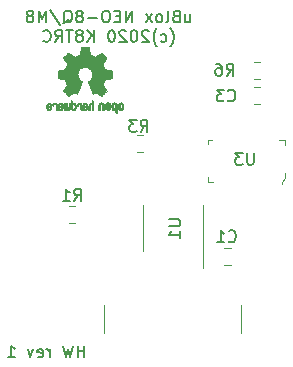
<source format=gbo>
G04 #@! TF.GenerationSoftware,KiCad,Pcbnew,(5.1.4-0-10_14)*
G04 #@! TF.CreationDate,2020-02-10T15:43:12-05:00*
G04 #@! TF.ProjectId,neo8_adapter,6e656f38-5f61-4646-9170-7465722e6b69,rev?*
G04 #@! TF.SameCoordinates,Original*
G04 #@! TF.FileFunction,Legend,Bot*
G04 #@! TF.FilePolarity,Positive*
%FSLAX46Y46*%
G04 Gerber Fmt 4.6, Leading zero omitted, Abs format (unit mm)*
G04 Created by KiCad (PCBNEW (5.1.4-0-10_14)) date 2020-02-10 15:43:12*
%MOMM*%
%LPD*%
G04 APERTURE LIST*
%ADD10C,0.160000*%
%ADD11C,0.010000*%
%ADD12C,0.100000*%
%ADD13C,0.120000*%
%ADD14C,0.150000*%
G04 APERTURE END LIST*
D10*
X152540885Y-119629180D02*
X152540885Y-118629180D01*
X152540885Y-119105371D02*
X151969457Y-119105371D01*
X151969457Y-119629180D02*
X151969457Y-118629180D01*
X151588504Y-118629180D02*
X151350409Y-119629180D01*
X151159933Y-118914895D01*
X150969457Y-119629180D01*
X150731361Y-118629180D01*
X149588504Y-119629180D02*
X149588504Y-118962514D01*
X149588504Y-119152990D02*
X149540885Y-119057752D01*
X149493266Y-119010133D01*
X149398028Y-118962514D01*
X149302790Y-118962514D01*
X148588504Y-119581561D02*
X148683742Y-119629180D01*
X148874219Y-119629180D01*
X148969457Y-119581561D01*
X149017076Y-119486323D01*
X149017076Y-119105371D01*
X148969457Y-119010133D01*
X148874219Y-118962514D01*
X148683742Y-118962514D01*
X148588504Y-119010133D01*
X148540885Y-119105371D01*
X148540885Y-119200609D01*
X149017076Y-119295847D01*
X148207552Y-118962514D02*
X147969457Y-119629180D01*
X147731361Y-118962514D01*
X146064695Y-119629180D02*
X146636123Y-119629180D01*
X146350409Y-119629180D02*
X146350409Y-118629180D01*
X146445647Y-118772038D01*
X146540885Y-118867276D01*
X146636123Y-118914895D01*
X161085990Y-90598914D02*
X161085990Y-91265580D01*
X161514561Y-90598914D02*
X161514561Y-91122723D01*
X161466942Y-91217961D01*
X161371704Y-91265580D01*
X161228847Y-91265580D01*
X161133609Y-91217961D01*
X161085990Y-91170342D01*
X160276466Y-90741771D02*
X160133609Y-90789390D01*
X160085990Y-90837009D01*
X160038371Y-90932247D01*
X160038371Y-91075104D01*
X160085990Y-91170342D01*
X160133609Y-91217961D01*
X160228847Y-91265580D01*
X160609800Y-91265580D01*
X160609800Y-90265580D01*
X160276466Y-90265580D01*
X160181228Y-90313200D01*
X160133609Y-90360819D01*
X160085990Y-90456057D01*
X160085990Y-90551295D01*
X160133609Y-90646533D01*
X160181228Y-90694152D01*
X160276466Y-90741771D01*
X160609800Y-90741771D01*
X159466942Y-91265580D02*
X159562180Y-91217961D01*
X159609800Y-91122723D01*
X159609800Y-90265580D01*
X158943133Y-91265580D02*
X159038371Y-91217961D01*
X159085990Y-91170342D01*
X159133609Y-91075104D01*
X159133609Y-90789390D01*
X159085990Y-90694152D01*
X159038371Y-90646533D01*
X158943133Y-90598914D01*
X158800276Y-90598914D01*
X158705038Y-90646533D01*
X158657419Y-90694152D01*
X158609800Y-90789390D01*
X158609800Y-91075104D01*
X158657419Y-91170342D01*
X158705038Y-91217961D01*
X158800276Y-91265580D01*
X158943133Y-91265580D01*
X158276466Y-91265580D02*
X157752657Y-90598914D01*
X158276466Y-90598914D02*
X157752657Y-91265580D01*
X156609800Y-91265580D02*
X156609800Y-90265580D01*
X156038371Y-91265580D01*
X156038371Y-90265580D01*
X155562180Y-90741771D02*
X155228847Y-90741771D01*
X155085990Y-91265580D02*
X155562180Y-91265580D01*
X155562180Y-90265580D01*
X155085990Y-90265580D01*
X154466942Y-90265580D02*
X154276466Y-90265580D01*
X154181228Y-90313200D01*
X154085990Y-90408438D01*
X154038371Y-90598914D01*
X154038371Y-90932247D01*
X154085990Y-91122723D01*
X154181228Y-91217961D01*
X154276466Y-91265580D01*
X154466942Y-91265580D01*
X154562180Y-91217961D01*
X154657419Y-91122723D01*
X154705038Y-90932247D01*
X154705038Y-90598914D01*
X154657419Y-90408438D01*
X154562180Y-90313200D01*
X154466942Y-90265580D01*
X153609800Y-90884628D02*
X152847895Y-90884628D01*
X152228847Y-90694152D02*
X152324085Y-90646533D01*
X152371704Y-90598914D01*
X152419323Y-90503676D01*
X152419323Y-90456057D01*
X152371704Y-90360819D01*
X152324085Y-90313200D01*
X152228847Y-90265580D01*
X152038371Y-90265580D01*
X151943133Y-90313200D01*
X151895514Y-90360819D01*
X151847895Y-90456057D01*
X151847895Y-90503676D01*
X151895514Y-90598914D01*
X151943133Y-90646533D01*
X152038371Y-90694152D01*
X152228847Y-90694152D01*
X152324085Y-90741771D01*
X152371704Y-90789390D01*
X152419323Y-90884628D01*
X152419323Y-91075104D01*
X152371704Y-91170342D01*
X152324085Y-91217961D01*
X152228847Y-91265580D01*
X152038371Y-91265580D01*
X151943133Y-91217961D01*
X151895514Y-91170342D01*
X151847895Y-91075104D01*
X151847895Y-90884628D01*
X151895514Y-90789390D01*
X151943133Y-90741771D01*
X152038371Y-90694152D01*
X150752657Y-91360819D02*
X150847895Y-91313200D01*
X150943133Y-91217961D01*
X151085990Y-91075104D01*
X151181228Y-91027485D01*
X151276466Y-91027485D01*
X151228847Y-91265580D02*
X151324085Y-91217961D01*
X151419323Y-91122723D01*
X151466942Y-90932247D01*
X151466942Y-90598914D01*
X151419323Y-90408438D01*
X151324085Y-90313200D01*
X151228847Y-90265580D01*
X151038371Y-90265580D01*
X150943133Y-90313200D01*
X150847895Y-90408438D01*
X150800276Y-90598914D01*
X150800276Y-90932247D01*
X150847895Y-91122723D01*
X150943133Y-91217961D01*
X151038371Y-91265580D01*
X151228847Y-91265580D01*
X149657419Y-90217961D02*
X150514561Y-91503676D01*
X149324085Y-91265580D02*
X149324085Y-90265580D01*
X148990752Y-90979866D01*
X148657419Y-90265580D01*
X148657419Y-91265580D01*
X148038371Y-90694152D02*
X148133609Y-90646533D01*
X148181228Y-90598914D01*
X148228847Y-90503676D01*
X148228847Y-90456057D01*
X148181228Y-90360819D01*
X148133609Y-90313200D01*
X148038371Y-90265580D01*
X147847895Y-90265580D01*
X147752657Y-90313200D01*
X147705038Y-90360819D01*
X147657419Y-90456057D01*
X147657419Y-90503676D01*
X147705038Y-90598914D01*
X147752657Y-90646533D01*
X147847895Y-90694152D01*
X148038371Y-90694152D01*
X148133609Y-90741771D01*
X148181228Y-90789390D01*
X148228847Y-90884628D01*
X148228847Y-91075104D01*
X148181228Y-91170342D01*
X148133609Y-91217961D01*
X148038371Y-91265580D01*
X147847895Y-91265580D01*
X147752657Y-91217961D01*
X147705038Y-91170342D01*
X147657419Y-91075104D01*
X147657419Y-90884628D01*
X147705038Y-90789390D01*
X147752657Y-90741771D01*
X147847895Y-90694152D01*
X159824085Y-93306533D02*
X159871704Y-93258914D01*
X159966942Y-93116057D01*
X160014561Y-93020819D01*
X160062180Y-92877961D01*
X160109800Y-92639866D01*
X160109800Y-92449390D01*
X160062180Y-92211295D01*
X160014561Y-92068438D01*
X159966942Y-91973200D01*
X159871704Y-91830342D01*
X159824085Y-91782723D01*
X159014561Y-92877961D02*
X159109800Y-92925580D01*
X159300276Y-92925580D01*
X159395514Y-92877961D01*
X159443133Y-92830342D01*
X159490752Y-92735104D01*
X159490752Y-92449390D01*
X159443133Y-92354152D01*
X159395514Y-92306533D01*
X159300276Y-92258914D01*
X159109800Y-92258914D01*
X159014561Y-92306533D01*
X158681228Y-93306533D02*
X158633609Y-93258914D01*
X158538371Y-93116057D01*
X158490752Y-93020819D01*
X158443133Y-92877961D01*
X158395514Y-92639866D01*
X158395514Y-92449390D01*
X158443133Y-92211295D01*
X158490752Y-92068438D01*
X158538371Y-91973200D01*
X158633609Y-91830342D01*
X158681228Y-91782723D01*
X157966942Y-92020819D02*
X157919323Y-91973200D01*
X157824085Y-91925580D01*
X157585990Y-91925580D01*
X157490752Y-91973200D01*
X157443133Y-92020819D01*
X157395514Y-92116057D01*
X157395514Y-92211295D01*
X157443133Y-92354152D01*
X158014561Y-92925580D01*
X157395514Y-92925580D01*
X156776466Y-91925580D02*
X156681228Y-91925580D01*
X156585990Y-91973200D01*
X156538371Y-92020819D01*
X156490752Y-92116057D01*
X156443133Y-92306533D01*
X156443133Y-92544628D01*
X156490752Y-92735104D01*
X156538371Y-92830342D01*
X156585990Y-92877961D01*
X156681228Y-92925580D01*
X156776466Y-92925580D01*
X156871704Y-92877961D01*
X156919323Y-92830342D01*
X156966942Y-92735104D01*
X157014561Y-92544628D01*
X157014561Y-92306533D01*
X156966942Y-92116057D01*
X156919323Y-92020819D01*
X156871704Y-91973200D01*
X156776466Y-91925580D01*
X156062180Y-92020819D02*
X156014561Y-91973200D01*
X155919323Y-91925580D01*
X155681228Y-91925580D01*
X155585990Y-91973200D01*
X155538371Y-92020819D01*
X155490752Y-92116057D01*
X155490752Y-92211295D01*
X155538371Y-92354152D01*
X156109800Y-92925580D01*
X155490752Y-92925580D01*
X154871704Y-91925580D02*
X154776466Y-91925580D01*
X154681228Y-91973200D01*
X154633609Y-92020819D01*
X154585990Y-92116057D01*
X154538371Y-92306533D01*
X154538371Y-92544628D01*
X154585990Y-92735104D01*
X154633609Y-92830342D01*
X154681228Y-92877961D01*
X154776466Y-92925580D01*
X154871704Y-92925580D01*
X154966942Y-92877961D01*
X155014561Y-92830342D01*
X155062180Y-92735104D01*
X155109800Y-92544628D01*
X155109800Y-92306533D01*
X155062180Y-92116057D01*
X155014561Y-92020819D01*
X154966942Y-91973200D01*
X154871704Y-91925580D01*
X153347895Y-92925580D02*
X153347895Y-91925580D01*
X152776466Y-92925580D02*
X153205038Y-92354152D01*
X152776466Y-91925580D02*
X153347895Y-92497009D01*
X152205038Y-92354152D02*
X152300276Y-92306533D01*
X152347895Y-92258914D01*
X152395514Y-92163676D01*
X152395514Y-92116057D01*
X152347895Y-92020819D01*
X152300276Y-91973200D01*
X152205038Y-91925580D01*
X152014561Y-91925580D01*
X151919323Y-91973200D01*
X151871704Y-92020819D01*
X151824085Y-92116057D01*
X151824085Y-92163676D01*
X151871704Y-92258914D01*
X151919323Y-92306533D01*
X152014561Y-92354152D01*
X152205038Y-92354152D01*
X152300276Y-92401771D01*
X152347895Y-92449390D01*
X152395514Y-92544628D01*
X152395514Y-92735104D01*
X152347895Y-92830342D01*
X152300276Y-92877961D01*
X152205038Y-92925580D01*
X152014561Y-92925580D01*
X151919323Y-92877961D01*
X151871704Y-92830342D01*
X151824085Y-92735104D01*
X151824085Y-92544628D01*
X151871704Y-92449390D01*
X151919323Y-92401771D01*
X152014561Y-92354152D01*
X151538371Y-91925580D02*
X150966942Y-91925580D01*
X151252657Y-92925580D02*
X151252657Y-91925580D01*
X150062180Y-92925580D02*
X150395514Y-92449390D01*
X150633609Y-92925580D02*
X150633609Y-91925580D01*
X150252657Y-91925580D01*
X150157419Y-91973200D01*
X150109800Y-92020819D01*
X150062180Y-92116057D01*
X150062180Y-92258914D01*
X150109800Y-92354152D01*
X150157419Y-92401771D01*
X150252657Y-92449390D01*
X150633609Y-92449390D01*
X149062180Y-92830342D02*
X149109800Y-92877961D01*
X149252657Y-92925580D01*
X149347895Y-92925580D01*
X149490752Y-92877961D01*
X149585990Y-92782723D01*
X149633609Y-92687485D01*
X149681228Y-92497009D01*
X149681228Y-92354152D01*
X149633609Y-92163676D01*
X149585990Y-92068438D01*
X149490752Y-91973200D01*
X149347895Y-91925580D01*
X149252657Y-91925580D01*
X149109800Y-91973200D01*
X149062180Y-92020819D01*
D11*
G36*
X152473890Y-93381348D02*
G01*
X152395346Y-93381778D01*
X152338502Y-93382942D01*
X152299695Y-93385207D01*
X152275262Y-93388940D01*
X152261538Y-93394506D01*
X152254860Y-93402273D01*
X152251564Y-93412605D01*
X152251244Y-93413943D01*
X152246238Y-93438079D01*
X152236971Y-93485701D01*
X152224408Y-93551741D01*
X152209513Y-93631128D01*
X152193249Y-93718796D01*
X152192681Y-93721875D01*
X152176390Y-93807789D01*
X152161148Y-93883696D01*
X152147939Y-93945045D01*
X152137746Y-93987282D01*
X152131552Y-94005855D01*
X152131257Y-94006184D01*
X152113012Y-94015253D01*
X152075395Y-94030367D01*
X152026529Y-94048262D01*
X152026257Y-94048358D01*
X151964707Y-94071493D01*
X151892143Y-94100965D01*
X151823743Y-94130597D01*
X151820506Y-94132062D01*
X151709098Y-94182626D01*
X151462401Y-94014160D01*
X151386723Y-93962803D01*
X151318169Y-93916889D01*
X151260712Y-93879030D01*
X151218324Y-93851837D01*
X151194975Y-93837921D01*
X151192758Y-93836889D01*
X151175790Y-93841484D01*
X151144099Y-93863655D01*
X151096448Y-93904447D01*
X151031602Y-93964905D01*
X150965403Y-94029227D01*
X150901586Y-94092612D01*
X150844471Y-94150451D01*
X150797495Y-94199175D01*
X150764097Y-94235210D01*
X150747715Y-94254984D01*
X150747106Y-94256002D01*
X150745295Y-94269572D01*
X150752117Y-94291733D01*
X150769260Y-94325478D01*
X150798407Y-94373800D01*
X150841245Y-94439692D01*
X150898352Y-94524517D01*
X150949034Y-94599177D01*
X150994339Y-94666140D01*
X151031650Y-94721516D01*
X151058348Y-94761420D01*
X151071815Y-94781962D01*
X151072663Y-94783356D01*
X151071019Y-94803038D01*
X151058555Y-94841293D01*
X151037752Y-94890889D01*
X151030338Y-94906728D01*
X150997986Y-94977290D01*
X150963472Y-95057353D01*
X150935435Y-95126629D01*
X150915232Y-95178045D01*
X150899185Y-95217119D01*
X150889912Y-95237541D01*
X150888759Y-95239114D01*
X150871704Y-95241721D01*
X150831502Y-95248863D01*
X150773498Y-95259523D01*
X150703037Y-95272685D01*
X150625465Y-95287333D01*
X150546128Y-95302449D01*
X150470369Y-95317018D01*
X150403536Y-95330022D01*
X150350972Y-95340445D01*
X150318024Y-95347270D01*
X150309943Y-95349199D01*
X150301595Y-95353962D01*
X150295294Y-95364718D01*
X150290755Y-95385098D01*
X150287696Y-95418734D01*
X150285833Y-95469255D01*
X150284882Y-95540292D01*
X150284560Y-95635476D01*
X150284543Y-95674492D01*
X150284543Y-95991799D01*
X150360743Y-96006839D01*
X150403137Y-96014995D01*
X150466400Y-96026899D01*
X150542838Y-96041116D01*
X150624757Y-96056210D01*
X150647400Y-96060355D01*
X150722994Y-96075053D01*
X150788847Y-96089505D01*
X150839434Y-96102375D01*
X150869226Y-96112322D01*
X150874188Y-96115287D01*
X150886374Y-96136283D01*
X150903847Y-96176967D01*
X150923223Y-96229322D01*
X150927066Y-96240600D01*
X150952461Y-96310523D01*
X150983983Y-96389418D01*
X151014831Y-96460266D01*
X151014983Y-96460595D01*
X151066353Y-96571733D01*
X150897401Y-96820253D01*
X150728448Y-97068772D01*
X150945371Y-97286058D01*
X151010981Y-97350726D01*
X151070821Y-97407733D01*
X151121533Y-97454033D01*
X151159754Y-97486584D01*
X151182125Y-97502343D01*
X151185334Y-97503343D01*
X151204174Y-97495469D01*
X151242620Y-97473578D01*
X151296470Y-97440267D01*
X151361524Y-97398131D01*
X151431860Y-97350943D01*
X151503245Y-97302810D01*
X151566892Y-97260928D01*
X151618759Y-97227871D01*
X151654805Y-97206218D01*
X151670933Y-97198543D01*
X151690611Y-97205037D01*
X151727925Y-97222150D01*
X151775179Y-97246326D01*
X151780188Y-97249013D01*
X151843823Y-97280927D01*
X151887459Y-97296579D01*
X151914598Y-97296745D01*
X151928743Y-97282204D01*
X151928825Y-97282000D01*
X151935895Y-97264779D01*
X151952758Y-97223899D01*
X151978105Y-97162525D01*
X152010629Y-97083819D01*
X152049022Y-96990947D01*
X152091978Y-96887072D01*
X152133578Y-96786502D01*
X152179296Y-96675516D01*
X152221274Y-96572703D01*
X152258252Y-96481215D01*
X152288973Y-96404201D01*
X152312178Y-96344815D01*
X152326610Y-96306209D01*
X152331057Y-96291800D01*
X152319904Y-96275272D01*
X152290731Y-96248930D01*
X152251829Y-96219887D01*
X152141043Y-96128039D01*
X152054449Y-96022759D01*
X151993084Y-95906266D01*
X151957985Y-95780776D01*
X151950192Y-95648507D01*
X151955857Y-95587457D01*
X151986722Y-95460795D01*
X152039880Y-95348941D01*
X152112033Y-95253001D01*
X152199883Y-95174076D01*
X152300135Y-95113270D01*
X152409490Y-95071687D01*
X152524653Y-95050428D01*
X152642325Y-95050599D01*
X152759210Y-95073301D01*
X152872011Y-95119638D01*
X152977431Y-95190713D01*
X153021432Y-95230911D01*
X153105821Y-95334129D01*
X153164578Y-95446925D01*
X153198096Y-95566010D01*
X153206765Y-95688095D01*
X153190977Y-95809893D01*
X153151122Y-95928116D01*
X153087593Y-96039475D01*
X153000779Y-96140684D01*
X152903771Y-96219887D01*
X152863363Y-96250162D01*
X152834818Y-96276219D01*
X152824543Y-96291825D01*
X152829923Y-96308843D01*
X152845225Y-96349500D01*
X152869188Y-96410642D01*
X152900556Y-96489119D01*
X152938068Y-96581780D01*
X152980467Y-96685472D01*
X153022137Y-96786526D01*
X153068110Y-96897607D01*
X153110693Y-97000541D01*
X153148579Y-97092165D01*
X153180460Y-97169316D01*
X153205029Y-97228831D01*
X153220980Y-97267544D01*
X153226890Y-97282000D01*
X153240852Y-97296685D01*
X153267860Y-97296642D01*
X153311387Y-97281099D01*
X153374910Y-97249284D01*
X153375412Y-97249013D01*
X153423240Y-97224323D01*
X153461903Y-97206338D01*
X153483705Y-97198614D01*
X153484667Y-97198543D01*
X153501079Y-97206378D01*
X153537313Y-97228165D01*
X153589326Y-97261328D01*
X153653075Y-97303291D01*
X153723740Y-97350943D01*
X153795684Y-97399191D01*
X153860526Y-97441151D01*
X153914065Y-97474227D01*
X153952103Y-97495821D01*
X153970267Y-97503343D01*
X153986992Y-97493457D01*
X154020620Y-97465826D01*
X154067790Y-97423495D01*
X154125142Y-97369505D01*
X154189316Y-97306899D01*
X154210303Y-97285983D01*
X154427301Y-97068623D01*
X154262132Y-96826220D01*
X154211936Y-96751781D01*
X154167881Y-96684972D01*
X154132438Y-96629665D01*
X154108081Y-96589729D01*
X154097278Y-96569036D01*
X154096962Y-96567563D01*
X154102657Y-96548058D01*
X154117974Y-96508822D01*
X154140263Y-96456430D01*
X154155907Y-96421355D01*
X154185159Y-96354201D01*
X154212706Y-96286358D01*
X154234063Y-96229034D01*
X154239865Y-96211572D01*
X154256348Y-96164938D01*
X154272460Y-96128905D01*
X154281310Y-96115287D01*
X154300840Y-96106952D01*
X154343466Y-96095137D01*
X154403655Y-96081181D01*
X154475878Y-96066422D01*
X154508200Y-96060355D01*
X154590278Y-96045273D01*
X154669005Y-96030669D01*
X154736691Y-96017980D01*
X154785640Y-96008642D01*
X154794857Y-96006839D01*
X154871057Y-95991799D01*
X154871057Y-95674492D01*
X154870886Y-95570154D01*
X154870184Y-95491213D01*
X154868666Y-95434038D01*
X154866051Y-95394999D01*
X154862054Y-95370465D01*
X154856391Y-95356805D01*
X154848780Y-95350389D01*
X154845657Y-95349199D01*
X154826822Y-95344980D01*
X154785212Y-95336562D01*
X154726170Y-95324961D01*
X154655043Y-95311195D01*
X154577175Y-95296280D01*
X154497913Y-95281232D01*
X154422602Y-95267069D01*
X154356587Y-95254806D01*
X154305213Y-95245461D01*
X154273825Y-95240050D01*
X154266841Y-95239114D01*
X154260515Y-95226596D01*
X154246510Y-95193246D01*
X154227445Y-95145377D01*
X154220166Y-95126629D01*
X154190804Y-95054195D01*
X154156229Y-94974170D01*
X154125263Y-94906728D01*
X154102477Y-94855159D01*
X154087318Y-94812785D01*
X154082258Y-94786834D01*
X154083064Y-94783356D01*
X154093759Y-94766936D01*
X154118180Y-94730417D01*
X154153705Y-94677687D01*
X154197713Y-94612635D01*
X154247583Y-94539151D01*
X154257444Y-94524645D01*
X154315308Y-94438704D01*
X154357844Y-94373261D01*
X154386746Y-94325304D01*
X154403710Y-94291820D01*
X154410433Y-94269795D01*
X154408610Y-94256217D01*
X154408564Y-94256131D01*
X154394214Y-94238297D01*
X154362477Y-94203817D01*
X154316790Y-94156268D01*
X154260596Y-94099222D01*
X154197332Y-94036255D01*
X154190198Y-94029227D01*
X154110470Y-93952020D01*
X154048943Y-93895330D01*
X154004379Y-93858110D01*
X153975543Y-93839315D01*
X153962842Y-93836889D01*
X153944306Y-93847471D01*
X153905839Y-93871916D01*
X153851414Y-93907612D01*
X153785002Y-93951947D01*
X153710575Y-94002311D01*
X153693199Y-94014160D01*
X153446503Y-94182626D01*
X153335094Y-94132062D01*
X153267343Y-94102595D01*
X153194617Y-94072959D01*
X153132097Y-94049330D01*
X153129343Y-94048358D01*
X153080440Y-94030457D01*
X153042743Y-94015320D01*
X153024375Y-94006210D01*
X153024344Y-94006184D01*
X153018515Y-93989717D01*
X153008608Y-93949219D01*
X152995605Y-93889242D01*
X152980491Y-93814340D01*
X152964248Y-93729064D01*
X152962919Y-93721875D01*
X152946625Y-93634014D01*
X152931667Y-93554260D01*
X152919009Y-93487681D01*
X152909614Y-93439347D01*
X152904446Y-93414325D01*
X152904356Y-93413943D01*
X152901211Y-93403299D01*
X152895096Y-93395262D01*
X152882347Y-93389467D01*
X152859300Y-93385547D01*
X152822291Y-93383135D01*
X152767656Y-93381865D01*
X152691733Y-93381371D01*
X152590856Y-93381286D01*
X152577800Y-93381286D01*
X152473890Y-93381348D01*
X152473890Y-93381348D01*
G37*
X152473890Y-93381348D02*
X152395346Y-93381778D01*
X152338502Y-93382942D01*
X152299695Y-93385207D01*
X152275262Y-93388940D01*
X152261538Y-93394506D01*
X152254860Y-93402273D01*
X152251564Y-93412605D01*
X152251244Y-93413943D01*
X152246238Y-93438079D01*
X152236971Y-93485701D01*
X152224408Y-93551741D01*
X152209513Y-93631128D01*
X152193249Y-93718796D01*
X152192681Y-93721875D01*
X152176390Y-93807789D01*
X152161148Y-93883696D01*
X152147939Y-93945045D01*
X152137746Y-93987282D01*
X152131552Y-94005855D01*
X152131257Y-94006184D01*
X152113012Y-94015253D01*
X152075395Y-94030367D01*
X152026529Y-94048262D01*
X152026257Y-94048358D01*
X151964707Y-94071493D01*
X151892143Y-94100965D01*
X151823743Y-94130597D01*
X151820506Y-94132062D01*
X151709098Y-94182626D01*
X151462401Y-94014160D01*
X151386723Y-93962803D01*
X151318169Y-93916889D01*
X151260712Y-93879030D01*
X151218324Y-93851837D01*
X151194975Y-93837921D01*
X151192758Y-93836889D01*
X151175790Y-93841484D01*
X151144099Y-93863655D01*
X151096448Y-93904447D01*
X151031602Y-93964905D01*
X150965403Y-94029227D01*
X150901586Y-94092612D01*
X150844471Y-94150451D01*
X150797495Y-94199175D01*
X150764097Y-94235210D01*
X150747715Y-94254984D01*
X150747106Y-94256002D01*
X150745295Y-94269572D01*
X150752117Y-94291733D01*
X150769260Y-94325478D01*
X150798407Y-94373800D01*
X150841245Y-94439692D01*
X150898352Y-94524517D01*
X150949034Y-94599177D01*
X150994339Y-94666140D01*
X151031650Y-94721516D01*
X151058348Y-94761420D01*
X151071815Y-94781962D01*
X151072663Y-94783356D01*
X151071019Y-94803038D01*
X151058555Y-94841293D01*
X151037752Y-94890889D01*
X151030338Y-94906728D01*
X150997986Y-94977290D01*
X150963472Y-95057353D01*
X150935435Y-95126629D01*
X150915232Y-95178045D01*
X150899185Y-95217119D01*
X150889912Y-95237541D01*
X150888759Y-95239114D01*
X150871704Y-95241721D01*
X150831502Y-95248863D01*
X150773498Y-95259523D01*
X150703037Y-95272685D01*
X150625465Y-95287333D01*
X150546128Y-95302449D01*
X150470369Y-95317018D01*
X150403536Y-95330022D01*
X150350972Y-95340445D01*
X150318024Y-95347270D01*
X150309943Y-95349199D01*
X150301595Y-95353962D01*
X150295294Y-95364718D01*
X150290755Y-95385098D01*
X150287696Y-95418734D01*
X150285833Y-95469255D01*
X150284882Y-95540292D01*
X150284560Y-95635476D01*
X150284543Y-95674492D01*
X150284543Y-95991799D01*
X150360743Y-96006839D01*
X150403137Y-96014995D01*
X150466400Y-96026899D01*
X150542838Y-96041116D01*
X150624757Y-96056210D01*
X150647400Y-96060355D01*
X150722994Y-96075053D01*
X150788847Y-96089505D01*
X150839434Y-96102375D01*
X150869226Y-96112322D01*
X150874188Y-96115287D01*
X150886374Y-96136283D01*
X150903847Y-96176967D01*
X150923223Y-96229322D01*
X150927066Y-96240600D01*
X150952461Y-96310523D01*
X150983983Y-96389418D01*
X151014831Y-96460266D01*
X151014983Y-96460595D01*
X151066353Y-96571733D01*
X150897401Y-96820253D01*
X150728448Y-97068772D01*
X150945371Y-97286058D01*
X151010981Y-97350726D01*
X151070821Y-97407733D01*
X151121533Y-97454033D01*
X151159754Y-97486584D01*
X151182125Y-97502343D01*
X151185334Y-97503343D01*
X151204174Y-97495469D01*
X151242620Y-97473578D01*
X151296470Y-97440267D01*
X151361524Y-97398131D01*
X151431860Y-97350943D01*
X151503245Y-97302810D01*
X151566892Y-97260928D01*
X151618759Y-97227871D01*
X151654805Y-97206218D01*
X151670933Y-97198543D01*
X151690611Y-97205037D01*
X151727925Y-97222150D01*
X151775179Y-97246326D01*
X151780188Y-97249013D01*
X151843823Y-97280927D01*
X151887459Y-97296579D01*
X151914598Y-97296745D01*
X151928743Y-97282204D01*
X151928825Y-97282000D01*
X151935895Y-97264779D01*
X151952758Y-97223899D01*
X151978105Y-97162525D01*
X152010629Y-97083819D01*
X152049022Y-96990947D01*
X152091978Y-96887072D01*
X152133578Y-96786502D01*
X152179296Y-96675516D01*
X152221274Y-96572703D01*
X152258252Y-96481215D01*
X152288973Y-96404201D01*
X152312178Y-96344815D01*
X152326610Y-96306209D01*
X152331057Y-96291800D01*
X152319904Y-96275272D01*
X152290731Y-96248930D01*
X152251829Y-96219887D01*
X152141043Y-96128039D01*
X152054449Y-96022759D01*
X151993084Y-95906266D01*
X151957985Y-95780776D01*
X151950192Y-95648507D01*
X151955857Y-95587457D01*
X151986722Y-95460795D01*
X152039880Y-95348941D01*
X152112033Y-95253001D01*
X152199883Y-95174076D01*
X152300135Y-95113270D01*
X152409490Y-95071687D01*
X152524653Y-95050428D01*
X152642325Y-95050599D01*
X152759210Y-95073301D01*
X152872011Y-95119638D01*
X152977431Y-95190713D01*
X153021432Y-95230911D01*
X153105821Y-95334129D01*
X153164578Y-95446925D01*
X153198096Y-95566010D01*
X153206765Y-95688095D01*
X153190977Y-95809893D01*
X153151122Y-95928116D01*
X153087593Y-96039475D01*
X153000779Y-96140684D01*
X152903771Y-96219887D01*
X152863363Y-96250162D01*
X152834818Y-96276219D01*
X152824543Y-96291825D01*
X152829923Y-96308843D01*
X152845225Y-96349500D01*
X152869188Y-96410642D01*
X152900556Y-96489119D01*
X152938068Y-96581780D01*
X152980467Y-96685472D01*
X153022137Y-96786526D01*
X153068110Y-96897607D01*
X153110693Y-97000541D01*
X153148579Y-97092165D01*
X153180460Y-97169316D01*
X153205029Y-97228831D01*
X153220980Y-97267544D01*
X153226890Y-97282000D01*
X153240852Y-97296685D01*
X153267860Y-97296642D01*
X153311387Y-97281099D01*
X153374910Y-97249284D01*
X153375412Y-97249013D01*
X153423240Y-97224323D01*
X153461903Y-97206338D01*
X153483705Y-97198614D01*
X153484667Y-97198543D01*
X153501079Y-97206378D01*
X153537313Y-97228165D01*
X153589326Y-97261328D01*
X153653075Y-97303291D01*
X153723740Y-97350943D01*
X153795684Y-97399191D01*
X153860526Y-97441151D01*
X153914065Y-97474227D01*
X153952103Y-97495821D01*
X153970267Y-97503343D01*
X153986992Y-97493457D01*
X154020620Y-97465826D01*
X154067790Y-97423495D01*
X154125142Y-97369505D01*
X154189316Y-97306899D01*
X154210303Y-97285983D01*
X154427301Y-97068623D01*
X154262132Y-96826220D01*
X154211936Y-96751781D01*
X154167881Y-96684972D01*
X154132438Y-96629665D01*
X154108081Y-96589729D01*
X154097278Y-96569036D01*
X154096962Y-96567563D01*
X154102657Y-96548058D01*
X154117974Y-96508822D01*
X154140263Y-96456430D01*
X154155907Y-96421355D01*
X154185159Y-96354201D01*
X154212706Y-96286358D01*
X154234063Y-96229034D01*
X154239865Y-96211572D01*
X154256348Y-96164938D01*
X154272460Y-96128905D01*
X154281310Y-96115287D01*
X154300840Y-96106952D01*
X154343466Y-96095137D01*
X154403655Y-96081181D01*
X154475878Y-96066422D01*
X154508200Y-96060355D01*
X154590278Y-96045273D01*
X154669005Y-96030669D01*
X154736691Y-96017980D01*
X154785640Y-96008642D01*
X154794857Y-96006839D01*
X154871057Y-95991799D01*
X154871057Y-95674492D01*
X154870886Y-95570154D01*
X154870184Y-95491213D01*
X154868666Y-95434038D01*
X154866051Y-95394999D01*
X154862054Y-95370465D01*
X154856391Y-95356805D01*
X154848780Y-95350389D01*
X154845657Y-95349199D01*
X154826822Y-95344980D01*
X154785212Y-95336562D01*
X154726170Y-95324961D01*
X154655043Y-95311195D01*
X154577175Y-95296280D01*
X154497913Y-95281232D01*
X154422602Y-95267069D01*
X154356587Y-95254806D01*
X154305213Y-95245461D01*
X154273825Y-95240050D01*
X154266841Y-95239114D01*
X154260515Y-95226596D01*
X154246510Y-95193246D01*
X154227445Y-95145377D01*
X154220166Y-95126629D01*
X154190804Y-95054195D01*
X154156229Y-94974170D01*
X154125263Y-94906728D01*
X154102477Y-94855159D01*
X154087318Y-94812785D01*
X154082258Y-94786834D01*
X154083064Y-94783356D01*
X154093759Y-94766936D01*
X154118180Y-94730417D01*
X154153705Y-94677687D01*
X154197713Y-94612635D01*
X154247583Y-94539151D01*
X154257444Y-94524645D01*
X154315308Y-94438704D01*
X154357844Y-94373261D01*
X154386746Y-94325304D01*
X154403710Y-94291820D01*
X154410433Y-94269795D01*
X154408610Y-94256217D01*
X154408564Y-94256131D01*
X154394214Y-94238297D01*
X154362477Y-94203817D01*
X154316790Y-94156268D01*
X154260596Y-94099222D01*
X154197332Y-94036255D01*
X154190198Y-94029227D01*
X154110470Y-93952020D01*
X154048943Y-93895330D01*
X154004379Y-93858110D01*
X153975543Y-93839315D01*
X153962842Y-93836889D01*
X153944306Y-93847471D01*
X153905839Y-93871916D01*
X153851414Y-93907612D01*
X153785002Y-93951947D01*
X153710575Y-94002311D01*
X153693199Y-94014160D01*
X153446503Y-94182626D01*
X153335094Y-94132062D01*
X153267343Y-94102595D01*
X153194617Y-94072959D01*
X153132097Y-94049330D01*
X153129343Y-94048358D01*
X153080440Y-94030457D01*
X153042743Y-94015320D01*
X153024375Y-94006210D01*
X153024344Y-94006184D01*
X153018515Y-93989717D01*
X153008608Y-93949219D01*
X152995605Y-93889242D01*
X152980491Y-93814340D01*
X152964248Y-93729064D01*
X152962919Y-93721875D01*
X152946625Y-93634014D01*
X152931667Y-93554260D01*
X152919009Y-93487681D01*
X152909614Y-93439347D01*
X152904446Y-93414325D01*
X152904356Y-93413943D01*
X152901211Y-93403299D01*
X152895096Y-93395262D01*
X152882347Y-93389467D01*
X152859300Y-93385547D01*
X152822291Y-93383135D01*
X152767656Y-93381865D01*
X152691733Y-93381371D01*
X152590856Y-93381286D01*
X152577800Y-93381286D01*
X152473890Y-93381348D01*
G36*
X149424205Y-98105966D02*
G01*
X149366779Y-98143497D01*
X149339081Y-98177096D01*
X149317138Y-98238064D01*
X149315395Y-98286308D01*
X149319343Y-98350816D01*
X149468114Y-98415934D01*
X149540451Y-98449202D01*
X149587716Y-98475964D01*
X149612293Y-98499144D01*
X149616563Y-98521667D01*
X149602911Y-98546455D01*
X149587857Y-98562886D01*
X149544054Y-98589235D01*
X149496411Y-98591081D01*
X149452655Y-98570546D01*
X149420511Y-98529752D01*
X149414762Y-98515347D01*
X149387224Y-98470356D01*
X149355542Y-98451182D01*
X149312086Y-98434779D01*
X149312086Y-98496966D01*
X149315928Y-98539283D01*
X149330977Y-98574969D01*
X149362520Y-98615943D01*
X149367208Y-98621267D01*
X149402294Y-98657720D01*
X149432453Y-98677283D01*
X149470185Y-98686283D01*
X149501465Y-98689230D01*
X149557415Y-98689965D01*
X149597245Y-98680660D01*
X149622092Y-98666846D01*
X149661144Y-98636467D01*
X149688175Y-98603613D01*
X149705283Y-98562294D01*
X149714562Y-98506521D01*
X149718107Y-98430305D01*
X149718390Y-98391622D01*
X149717428Y-98345247D01*
X149629793Y-98345247D01*
X149628777Y-98370126D01*
X149626244Y-98374200D01*
X149609526Y-98368665D01*
X149573551Y-98354017D01*
X149525469Y-98333190D01*
X149515414Y-98328714D01*
X149454648Y-98297814D01*
X149421168Y-98270657D01*
X149413810Y-98245220D01*
X149431409Y-98219481D01*
X149445944Y-98208109D01*
X149498390Y-98185364D01*
X149547478Y-98189122D01*
X149588573Y-98216884D01*
X149617042Y-98266152D01*
X149626169Y-98305257D01*
X149629793Y-98345247D01*
X149717428Y-98345247D01*
X149716515Y-98301249D01*
X149709604Y-98234384D01*
X149695916Y-98185695D01*
X149673704Y-98149849D01*
X149641226Y-98121513D01*
X149627067Y-98112355D01*
X149562747Y-98088507D01*
X149492327Y-98087006D01*
X149424205Y-98105966D01*
X149424205Y-98105966D01*
G37*
X149424205Y-98105966D02*
X149366779Y-98143497D01*
X149339081Y-98177096D01*
X149317138Y-98238064D01*
X149315395Y-98286308D01*
X149319343Y-98350816D01*
X149468114Y-98415934D01*
X149540451Y-98449202D01*
X149587716Y-98475964D01*
X149612293Y-98499144D01*
X149616563Y-98521667D01*
X149602911Y-98546455D01*
X149587857Y-98562886D01*
X149544054Y-98589235D01*
X149496411Y-98591081D01*
X149452655Y-98570546D01*
X149420511Y-98529752D01*
X149414762Y-98515347D01*
X149387224Y-98470356D01*
X149355542Y-98451182D01*
X149312086Y-98434779D01*
X149312086Y-98496966D01*
X149315928Y-98539283D01*
X149330977Y-98574969D01*
X149362520Y-98615943D01*
X149367208Y-98621267D01*
X149402294Y-98657720D01*
X149432453Y-98677283D01*
X149470185Y-98686283D01*
X149501465Y-98689230D01*
X149557415Y-98689965D01*
X149597245Y-98680660D01*
X149622092Y-98666846D01*
X149661144Y-98636467D01*
X149688175Y-98603613D01*
X149705283Y-98562294D01*
X149714562Y-98506521D01*
X149718107Y-98430305D01*
X149718390Y-98391622D01*
X149717428Y-98345247D01*
X149629793Y-98345247D01*
X149628777Y-98370126D01*
X149626244Y-98374200D01*
X149609526Y-98368665D01*
X149573551Y-98354017D01*
X149525469Y-98333190D01*
X149515414Y-98328714D01*
X149454648Y-98297814D01*
X149421168Y-98270657D01*
X149413810Y-98245220D01*
X149431409Y-98219481D01*
X149445944Y-98208109D01*
X149498390Y-98185364D01*
X149547478Y-98189122D01*
X149588573Y-98216884D01*
X149617042Y-98266152D01*
X149626169Y-98305257D01*
X149629793Y-98345247D01*
X149717428Y-98345247D01*
X149716515Y-98301249D01*
X149709604Y-98234384D01*
X149695916Y-98185695D01*
X149673704Y-98149849D01*
X149641226Y-98121513D01*
X149627067Y-98112355D01*
X149562747Y-98088507D01*
X149492327Y-98087006D01*
X149424205Y-98105966D01*
G36*
X149925200Y-98097752D02*
G01*
X149907852Y-98105334D01*
X149866444Y-98138128D01*
X149831035Y-98185547D01*
X149809136Y-98236151D01*
X149805571Y-98261098D01*
X149817521Y-98295927D01*
X149843733Y-98314357D01*
X149871836Y-98325516D01*
X149884705Y-98327572D01*
X149890971Y-98312649D01*
X149903344Y-98280175D01*
X149908772Y-98265502D01*
X149939210Y-98214744D01*
X149983280Y-98189427D01*
X150039790Y-98190206D01*
X150043975Y-98191203D01*
X150074145Y-98205507D01*
X150096324Y-98233393D01*
X150111473Y-98278287D01*
X150120550Y-98343615D01*
X150124514Y-98432804D01*
X150124886Y-98480261D01*
X150125070Y-98555071D01*
X150126278Y-98606069D01*
X150129491Y-98638471D01*
X150135691Y-98657495D01*
X150145860Y-98668356D01*
X150160981Y-98676272D01*
X150161854Y-98676670D01*
X150190972Y-98688981D01*
X150205397Y-98693514D01*
X150207614Y-98679809D01*
X150209511Y-98641925D01*
X150210953Y-98584715D01*
X150211802Y-98513027D01*
X150211971Y-98460565D01*
X150211108Y-98359047D01*
X150207730Y-98282032D01*
X150200658Y-98225023D01*
X150188712Y-98183526D01*
X150170710Y-98153043D01*
X150145473Y-98129080D01*
X150120553Y-98112355D01*
X150060629Y-98090097D01*
X149990889Y-98085076D01*
X149925200Y-98097752D01*
X149925200Y-98097752D01*
G37*
X149925200Y-98097752D02*
X149907852Y-98105334D01*
X149866444Y-98138128D01*
X149831035Y-98185547D01*
X149809136Y-98236151D01*
X149805571Y-98261098D01*
X149817521Y-98295927D01*
X149843733Y-98314357D01*
X149871836Y-98325516D01*
X149884705Y-98327572D01*
X149890971Y-98312649D01*
X149903344Y-98280175D01*
X149908772Y-98265502D01*
X149939210Y-98214744D01*
X149983280Y-98189427D01*
X150039790Y-98190206D01*
X150043975Y-98191203D01*
X150074145Y-98205507D01*
X150096324Y-98233393D01*
X150111473Y-98278287D01*
X150120550Y-98343615D01*
X150124514Y-98432804D01*
X150124886Y-98480261D01*
X150125070Y-98555071D01*
X150126278Y-98606069D01*
X150129491Y-98638471D01*
X150135691Y-98657495D01*
X150145860Y-98668356D01*
X150160981Y-98676272D01*
X150161854Y-98676670D01*
X150190972Y-98688981D01*
X150205397Y-98693514D01*
X150207614Y-98679809D01*
X150209511Y-98641925D01*
X150210953Y-98584715D01*
X150211802Y-98513027D01*
X150211971Y-98460565D01*
X150211108Y-98359047D01*
X150207730Y-98282032D01*
X150200658Y-98225023D01*
X150188712Y-98183526D01*
X150170710Y-98153043D01*
X150145473Y-98129080D01*
X150120553Y-98112355D01*
X150060629Y-98090097D01*
X149990889Y-98085076D01*
X149925200Y-98097752D01*
G36*
X150432924Y-98095335D02*
G01*
X150391133Y-98114344D01*
X150358331Y-98137378D01*
X150334297Y-98163133D01*
X150317703Y-98196358D01*
X150307223Y-98241800D01*
X150301529Y-98304207D01*
X150299293Y-98388327D01*
X150299057Y-98443721D01*
X150299057Y-98659826D01*
X150336026Y-98676670D01*
X150365144Y-98688981D01*
X150379569Y-98693514D01*
X150382328Y-98680025D01*
X150384518Y-98643653D01*
X150385858Y-98590542D01*
X150386143Y-98548372D01*
X150387366Y-98487447D01*
X150390664Y-98439115D01*
X150395479Y-98409518D01*
X150399304Y-98403229D01*
X150425017Y-98409652D01*
X150465382Y-98426125D01*
X150512121Y-98448458D01*
X150556955Y-98472457D01*
X150591607Y-98493930D01*
X150607798Y-98508685D01*
X150607862Y-98508845D01*
X150606470Y-98536152D01*
X150593982Y-98562219D01*
X150572057Y-98583392D01*
X150540057Y-98590474D01*
X150512708Y-98589649D01*
X150473974Y-98589042D01*
X150453642Y-98598116D01*
X150441431Y-98622092D01*
X150439891Y-98626613D01*
X150434597Y-98660806D01*
X150448753Y-98681568D01*
X150485652Y-98691462D01*
X150525511Y-98693292D01*
X150597238Y-98679727D01*
X150634368Y-98660355D01*
X150680224Y-98614845D01*
X150704544Y-98558983D01*
X150706727Y-98499957D01*
X150686171Y-98444953D01*
X150655251Y-98410486D01*
X150624380Y-98391189D01*
X150575858Y-98366759D01*
X150519315Y-98341985D01*
X150509890Y-98338199D01*
X150447781Y-98310791D01*
X150411978Y-98286634D01*
X150400463Y-98262619D01*
X150411220Y-98235635D01*
X150429686Y-98214543D01*
X150473331Y-98188572D01*
X150521354Y-98186624D01*
X150565394Y-98206637D01*
X150597091Y-98246551D01*
X150601251Y-98256848D01*
X150625473Y-98294724D01*
X150660835Y-98322842D01*
X150705457Y-98345917D01*
X150705457Y-98280485D01*
X150702831Y-98240506D01*
X150691570Y-98208997D01*
X150666601Y-98175378D01*
X150642631Y-98149484D01*
X150605359Y-98112817D01*
X150576399Y-98093121D01*
X150545295Y-98085220D01*
X150510087Y-98083914D01*
X150432924Y-98095335D01*
X150432924Y-98095335D01*
G37*
X150432924Y-98095335D02*
X150391133Y-98114344D01*
X150358331Y-98137378D01*
X150334297Y-98163133D01*
X150317703Y-98196358D01*
X150307223Y-98241800D01*
X150301529Y-98304207D01*
X150299293Y-98388327D01*
X150299057Y-98443721D01*
X150299057Y-98659826D01*
X150336026Y-98676670D01*
X150365144Y-98688981D01*
X150379569Y-98693514D01*
X150382328Y-98680025D01*
X150384518Y-98643653D01*
X150385858Y-98590542D01*
X150386143Y-98548372D01*
X150387366Y-98487447D01*
X150390664Y-98439115D01*
X150395479Y-98409518D01*
X150399304Y-98403229D01*
X150425017Y-98409652D01*
X150465382Y-98426125D01*
X150512121Y-98448458D01*
X150556955Y-98472457D01*
X150591607Y-98493930D01*
X150607798Y-98508685D01*
X150607862Y-98508845D01*
X150606470Y-98536152D01*
X150593982Y-98562219D01*
X150572057Y-98583392D01*
X150540057Y-98590474D01*
X150512708Y-98589649D01*
X150473974Y-98589042D01*
X150453642Y-98598116D01*
X150441431Y-98622092D01*
X150439891Y-98626613D01*
X150434597Y-98660806D01*
X150448753Y-98681568D01*
X150485652Y-98691462D01*
X150525511Y-98693292D01*
X150597238Y-98679727D01*
X150634368Y-98660355D01*
X150680224Y-98614845D01*
X150704544Y-98558983D01*
X150706727Y-98499957D01*
X150686171Y-98444953D01*
X150655251Y-98410486D01*
X150624380Y-98391189D01*
X150575858Y-98366759D01*
X150519315Y-98341985D01*
X150509890Y-98338199D01*
X150447781Y-98310791D01*
X150411978Y-98286634D01*
X150400463Y-98262619D01*
X150411220Y-98235635D01*
X150429686Y-98214543D01*
X150473331Y-98188572D01*
X150521354Y-98186624D01*
X150565394Y-98206637D01*
X150597091Y-98246551D01*
X150601251Y-98256848D01*
X150625473Y-98294724D01*
X150660835Y-98322842D01*
X150705457Y-98345917D01*
X150705457Y-98280485D01*
X150702831Y-98240506D01*
X150691570Y-98208997D01*
X150666601Y-98175378D01*
X150642631Y-98149484D01*
X150605359Y-98112817D01*
X150576399Y-98093121D01*
X150545295Y-98085220D01*
X150510087Y-98083914D01*
X150432924Y-98095335D01*
G36*
X150797967Y-98097663D02*
G01*
X150795752Y-98135850D01*
X150794016Y-98193886D01*
X150792901Y-98267180D01*
X150792543Y-98344055D01*
X150792543Y-98604196D01*
X150838474Y-98650127D01*
X150870125Y-98678429D01*
X150897910Y-98689893D01*
X150935885Y-98689168D01*
X150950960Y-98687321D01*
X150998074Y-98681948D01*
X151037044Y-98678869D01*
X151046543Y-98678585D01*
X151078567Y-98680445D01*
X151124368Y-98685114D01*
X151142126Y-98687321D01*
X151185743Y-98690735D01*
X151215055Y-98683320D01*
X151244120Y-98660427D01*
X151254612Y-98650127D01*
X151300543Y-98604196D01*
X151300543Y-98117602D01*
X151263574Y-98100758D01*
X151231741Y-98088282D01*
X151213117Y-98083914D01*
X151208342Y-98097718D01*
X151203879Y-98136286D01*
X151200025Y-98195356D01*
X151197078Y-98270663D01*
X151195657Y-98334286D01*
X151191686Y-98584657D01*
X151157041Y-98589556D01*
X151125532Y-98586131D01*
X151110092Y-98575041D01*
X151105777Y-98554308D01*
X151102092Y-98510145D01*
X151099331Y-98448146D01*
X151097788Y-98373909D01*
X151097565Y-98335706D01*
X151097343Y-98115783D01*
X151051634Y-98099849D01*
X151019282Y-98089015D01*
X151001685Y-98083962D01*
X151001177Y-98083914D01*
X150999412Y-98097648D01*
X150997471Y-98135730D01*
X150995518Y-98193482D01*
X150993716Y-98266227D01*
X150992457Y-98334286D01*
X150988486Y-98584657D01*
X150901400Y-98584657D01*
X150897404Y-98356240D01*
X150893408Y-98127822D01*
X150850953Y-98105868D01*
X150819608Y-98090793D01*
X150801056Y-98083951D01*
X150800521Y-98083914D01*
X150797967Y-98097663D01*
X150797967Y-98097663D01*
G37*
X150797967Y-98097663D02*
X150795752Y-98135850D01*
X150794016Y-98193886D01*
X150792901Y-98267180D01*
X150792543Y-98344055D01*
X150792543Y-98604196D01*
X150838474Y-98650127D01*
X150870125Y-98678429D01*
X150897910Y-98689893D01*
X150935885Y-98689168D01*
X150950960Y-98687321D01*
X150998074Y-98681948D01*
X151037044Y-98678869D01*
X151046543Y-98678585D01*
X151078567Y-98680445D01*
X151124368Y-98685114D01*
X151142126Y-98687321D01*
X151185743Y-98690735D01*
X151215055Y-98683320D01*
X151244120Y-98660427D01*
X151254612Y-98650127D01*
X151300543Y-98604196D01*
X151300543Y-98117602D01*
X151263574Y-98100758D01*
X151231741Y-98088282D01*
X151213117Y-98083914D01*
X151208342Y-98097718D01*
X151203879Y-98136286D01*
X151200025Y-98195356D01*
X151197078Y-98270663D01*
X151195657Y-98334286D01*
X151191686Y-98584657D01*
X151157041Y-98589556D01*
X151125532Y-98586131D01*
X151110092Y-98575041D01*
X151105777Y-98554308D01*
X151102092Y-98510145D01*
X151099331Y-98448146D01*
X151097788Y-98373909D01*
X151097565Y-98335706D01*
X151097343Y-98115783D01*
X151051634Y-98099849D01*
X151019282Y-98089015D01*
X151001685Y-98083962D01*
X151001177Y-98083914D01*
X150999412Y-98097648D01*
X150997471Y-98135730D01*
X150995518Y-98193482D01*
X150993716Y-98266227D01*
X150992457Y-98334286D01*
X150988486Y-98584657D01*
X150901400Y-98584657D01*
X150897404Y-98356240D01*
X150893408Y-98127822D01*
X150850953Y-98105868D01*
X150819608Y-98090793D01*
X150801056Y-98083951D01*
X150800521Y-98083914D01*
X150797967Y-98097663D01*
G36*
X151387683Y-98204358D02*
G01*
X151387867Y-98312837D01*
X151388581Y-98396287D01*
X151390125Y-98458704D01*
X151392799Y-98504085D01*
X151396906Y-98536429D01*
X151402745Y-98559733D01*
X151410618Y-98577995D01*
X151416579Y-98588418D01*
X151465945Y-98644945D01*
X151528536Y-98680377D01*
X151597787Y-98693090D01*
X151667132Y-98681463D01*
X151708425Y-98660568D01*
X151751775Y-98624422D01*
X151781319Y-98580276D01*
X151799145Y-98522462D01*
X151807337Y-98445313D01*
X151808498Y-98388714D01*
X151808342Y-98384647D01*
X151706943Y-98384647D01*
X151706324Y-98449550D01*
X151703486Y-98492514D01*
X151696960Y-98520622D01*
X151685277Y-98540953D01*
X151671317Y-98556288D01*
X151624435Y-98585890D01*
X151574099Y-98588419D01*
X151526524Y-98563705D01*
X151522821Y-98560356D01*
X151507017Y-98542935D01*
X151497107Y-98522209D01*
X151491742Y-98491362D01*
X151489572Y-98443577D01*
X151489229Y-98390748D01*
X151489973Y-98324381D01*
X151493052Y-98280106D01*
X151499739Y-98251009D01*
X151511304Y-98230173D01*
X151520787Y-98219107D01*
X151564840Y-98191198D01*
X151615576Y-98187843D01*
X151664004Y-98209159D01*
X151673350Y-98217073D01*
X151689260Y-98234647D01*
X151699190Y-98255587D01*
X151704522Y-98286782D01*
X151706637Y-98335122D01*
X151706943Y-98384647D01*
X151808342Y-98384647D01*
X151804990Y-98297568D01*
X151793074Y-98229086D01*
X151770665Y-98177600D01*
X151735676Y-98137443D01*
X151708425Y-98116861D01*
X151658893Y-98094625D01*
X151601484Y-98084304D01*
X151548118Y-98087067D01*
X151518257Y-98098212D01*
X151506539Y-98101383D01*
X151498763Y-98089557D01*
X151493335Y-98057866D01*
X151489229Y-98009593D01*
X151484733Y-97955829D01*
X151478487Y-97923482D01*
X151467124Y-97904985D01*
X151447272Y-97892770D01*
X151434800Y-97887362D01*
X151387629Y-97867601D01*
X151387683Y-98204358D01*
X151387683Y-98204358D01*
G37*
X151387683Y-98204358D02*
X151387867Y-98312837D01*
X151388581Y-98396287D01*
X151390125Y-98458704D01*
X151392799Y-98504085D01*
X151396906Y-98536429D01*
X151402745Y-98559733D01*
X151410618Y-98577995D01*
X151416579Y-98588418D01*
X151465945Y-98644945D01*
X151528536Y-98680377D01*
X151597787Y-98693090D01*
X151667132Y-98681463D01*
X151708425Y-98660568D01*
X151751775Y-98624422D01*
X151781319Y-98580276D01*
X151799145Y-98522462D01*
X151807337Y-98445313D01*
X151808498Y-98388714D01*
X151808342Y-98384647D01*
X151706943Y-98384647D01*
X151706324Y-98449550D01*
X151703486Y-98492514D01*
X151696960Y-98520622D01*
X151685277Y-98540953D01*
X151671317Y-98556288D01*
X151624435Y-98585890D01*
X151574099Y-98588419D01*
X151526524Y-98563705D01*
X151522821Y-98560356D01*
X151507017Y-98542935D01*
X151497107Y-98522209D01*
X151491742Y-98491362D01*
X151489572Y-98443577D01*
X151489229Y-98390748D01*
X151489973Y-98324381D01*
X151493052Y-98280106D01*
X151499739Y-98251009D01*
X151511304Y-98230173D01*
X151520787Y-98219107D01*
X151564840Y-98191198D01*
X151615576Y-98187843D01*
X151664004Y-98209159D01*
X151673350Y-98217073D01*
X151689260Y-98234647D01*
X151699190Y-98255587D01*
X151704522Y-98286782D01*
X151706637Y-98335122D01*
X151706943Y-98384647D01*
X151808342Y-98384647D01*
X151804990Y-98297568D01*
X151793074Y-98229086D01*
X151770665Y-98177600D01*
X151735676Y-98137443D01*
X151708425Y-98116861D01*
X151658893Y-98094625D01*
X151601484Y-98084304D01*
X151548118Y-98087067D01*
X151518257Y-98098212D01*
X151506539Y-98101383D01*
X151498763Y-98089557D01*
X151493335Y-98057866D01*
X151489229Y-98009593D01*
X151484733Y-97955829D01*
X151478487Y-97923482D01*
X151467124Y-97904985D01*
X151447272Y-97892770D01*
X151434800Y-97887362D01*
X151387629Y-97867601D01*
X151387683Y-98204358D01*
G36*
X152047874Y-98088755D02*
G01*
X151981942Y-98113084D01*
X151928527Y-98156117D01*
X151907636Y-98186409D01*
X151884861Y-98241994D01*
X151885334Y-98282186D01*
X151909238Y-98309217D01*
X151918083Y-98313813D01*
X151956270Y-98328144D01*
X151975772Y-98324472D01*
X151982378Y-98300407D01*
X151982714Y-98287114D01*
X151994808Y-98238210D01*
X152026329Y-98203999D01*
X152070141Y-98187476D01*
X152119105Y-98191634D01*
X152158906Y-98213227D01*
X152172350Y-98225544D01*
X152181879Y-98240487D01*
X152188315Y-98263075D01*
X152192483Y-98298328D01*
X152195203Y-98351266D01*
X152197298Y-98426907D01*
X152197840Y-98450857D01*
X152199819Y-98532790D01*
X152202069Y-98590455D01*
X152205443Y-98628608D01*
X152210794Y-98652004D01*
X152218976Y-98665398D01*
X152230841Y-98673545D01*
X152238438Y-98677144D01*
X152270698Y-98689452D01*
X152289689Y-98693514D01*
X152295964Y-98679948D01*
X152299794Y-98638934D01*
X152301200Y-98569999D01*
X152300202Y-98472669D01*
X152299892Y-98457657D01*
X152297699Y-98368859D01*
X152295107Y-98304019D01*
X152291418Y-98258067D01*
X152285936Y-98225935D01*
X152277965Y-98202553D01*
X152266807Y-98182852D01*
X152260970Y-98174410D01*
X152227504Y-98137057D01*
X152190073Y-98108003D01*
X152185491Y-98105467D01*
X152118374Y-98085443D01*
X152047874Y-98088755D01*
X152047874Y-98088755D01*
G37*
X152047874Y-98088755D02*
X151981942Y-98113084D01*
X151928527Y-98156117D01*
X151907636Y-98186409D01*
X151884861Y-98241994D01*
X151885334Y-98282186D01*
X151909238Y-98309217D01*
X151918083Y-98313813D01*
X151956270Y-98328144D01*
X151975772Y-98324472D01*
X151982378Y-98300407D01*
X151982714Y-98287114D01*
X151994808Y-98238210D01*
X152026329Y-98203999D01*
X152070141Y-98187476D01*
X152119105Y-98191634D01*
X152158906Y-98213227D01*
X152172350Y-98225544D01*
X152181879Y-98240487D01*
X152188315Y-98263075D01*
X152192483Y-98298328D01*
X152195203Y-98351266D01*
X152197298Y-98426907D01*
X152197840Y-98450857D01*
X152199819Y-98532790D01*
X152202069Y-98590455D01*
X152205443Y-98628608D01*
X152210794Y-98652004D01*
X152218976Y-98665398D01*
X152230841Y-98673545D01*
X152238438Y-98677144D01*
X152270698Y-98689452D01*
X152289689Y-98693514D01*
X152295964Y-98679948D01*
X152299794Y-98638934D01*
X152301200Y-98569999D01*
X152300202Y-98472669D01*
X152299892Y-98457657D01*
X152297699Y-98368859D01*
X152295107Y-98304019D01*
X152291418Y-98258067D01*
X152285936Y-98225935D01*
X152277965Y-98202553D01*
X152266807Y-98182852D01*
X152260970Y-98174410D01*
X152227504Y-98137057D01*
X152190073Y-98108003D01*
X152185491Y-98105467D01*
X152118374Y-98085443D01*
X152047874Y-98088755D01*
G36*
X152538056Y-98089968D02*
G01*
X152481184Y-98111087D01*
X152480533Y-98111493D01*
X152445360Y-98137380D01*
X152419393Y-98167633D01*
X152401130Y-98207058D01*
X152389068Y-98260462D01*
X152381704Y-98332651D01*
X152377536Y-98428432D01*
X152377171Y-98442078D01*
X152371924Y-98647842D01*
X152416084Y-98670678D01*
X152448037Y-98686110D01*
X152467330Y-98693423D01*
X152468222Y-98693514D01*
X152471561Y-98680022D01*
X152474213Y-98643626D01*
X152475844Y-98590452D01*
X152476200Y-98547393D01*
X152476208Y-98477641D01*
X152479397Y-98433837D01*
X152490512Y-98412944D01*
X152514299Y-98411925D01*
X152555504Y-98427741D01*
X152617714Y-98456815D01*
X152663459Y-98480963D01*
X152686987Y-98501913D01*
X152693904Y-98524747D01*
X152693914Y-98525877D01*
X152682501Y-98565212D01*
X152648708Y-98586462D01*
X152596991Y-98589539D01*
X152559739Y-98589006D01*
X152540097Y-98599735D01*
X152527848Y-98625505D01*
X152520798Y-98658337D01*
X152530958Y-98676966D01*
X152534783Y-98679632D01*
X152570799Y-98690340D01*
X152621234Y-98691856D01*
X152673174Y-98684759D01*
X152709978Y-98671788D01*
X152760862Y-98628585D01*
X152789786Y-98568446D01*
X152795514Y-98521462D01*
X152791143Y-98479082D01*
X152775325Y-98444488D01*
X152744003Y-98413763D01*
X152693122Y-98382990D01*
X152618624Y-98348252D01*
X152614086Y-98346288D01*
X152546979Y-98315287D01*
X152505568Y-98289862D01*
X152487819Y-98267014D01*
X152491693Y-98243745D01*
X152515157Y-98217056D01*
X152522173Y-98210914D01*
X152569170Y-98187100D01*
X152617867Y-98188103D01*
X152660278Y-98211451D01*
X152688416Y-98254675D01*
X152691031Y-98263160D01*
X152716492Y-98304308D01*
X152748799Y-98324128D01*
X152795514Y-98343770D01*
X152795514Y-98292950D01*
X152781304Y-98219082D01*
X152739125Y-98151327D01*
X152717176Y-98128661D01*
X152667283Y-98099569D01*
X152603833Y-98086400D01*
X152538056Y-98089968D01*
X152538056Y-98089968D01*
G37*
X152538056Y-98089968D02*
X152481184Y-98111087D01*
X152480533Y-98111493D01*
X152445360Y-98137380D01*
X152419393Y-98167633D01*
X152401130Y-98207058D01*
X152389068Y-98260462D01*
X152381704Y-98332651D01*
X152377536Y-98428432D01*
X152377171Y-98442078D01*
X152371924Y-98647842D01*
X152416084Y-98670678D01*
X152448037Y-98686110D01*
X152467330Y-98693423D01*
X152468222Y-98693514D01*
X152471561Y-98680022D01*
X152474213Y-98643626D01*
X152475844Y-98590452D01*
X152476200Y-98547393D01*
X152476208Y-98477641D01*
X152479397Y-98433837D01*
X152490512Y-98412944D01*
X152514299Y-98411925D01*
X152555504Y-98427741D01*
X152617714Y-98456815D01*
X152663459Y-98480963D01*
X152686987Y-98501913D01*
X152693904Y-98524747D01*
X152693914Y-98525877D01*
X152682501Y-98565212D01*
X152648708Y-98586462D01*
X152596991Y-98589539D01*
X152559739Y-98589006D01*
X152540097Y-98599735D01*
X152527848Y-98625505D01*
X152520798Y-98658337D01*
X152530958Y-98676966D01*
X152534783Y-98679632D01*
X152570799Y-98690340D01*
X152621234Y-98691856D01*
X152673174Y-98684759D01*
X152709978Y-98671788D01*
X152760862Y-98628585D01*
X152789786Y-98568446D01*
X152795514Y-98521462D01*
X152791143Y-98479082D01*
X152775325Y-98444488D01*
X152744003Y-98413763D01*
X152693122Y-98382990D01*
X152618624Y-98348252D01*
X152614086Y-98346288D01*
X152546979Y-98315287D01*
X152505568Y-98289862D01*
X152487819Y-98267014D01*
X152491693Y-98243745D01*
X152515157Y-98217056D01*
X152522173Y-98210914D01*
X152569170Y-98187100D01*
X152617867Y-98188103D01*
X152660278Y-98211451D01*
X152688416Y-98254675D01*
X152691031Y-98263160D01*
X152716492Y-98304308D01*
X152748799Y-98324128D01*
X152795514Y-98343770D01*
X152795514Y-98292950D01*
X152781304Y-98219082D01*
X152739125Y-98151327D01*
X152717176Y-98128661D01*
X152667283Y-98099569D01*
X152603833Y-98086400D01*
X152538056Y-98089968D01*
G36*
X153201914Y-97990289D02*
G01*
X153197661Y-98049613D01*
X153192775Y-98084572D01*
X153186005Y-98099820D01*
X153176098Y-98100015D01*
X153172886Y-98098195D01*
X153130156Y-98085015D01*
X153074573Y-98085785D01*
X153018063Y-98099333D01*
X152982718Y-98116861D01*
X152946479Y-98144861D01*
X152919987Y-98176549D01*
X152901801Y-98216813D01*
X152890478Y-98270543D01*
X152884578Y-98342626D01*
X152882657Y-98437951D01*
X152882623Y-98456237D01*
X152882600Y-98661646D01*
X152928309Y-98677580D01*
X152960773Y-98688420D01*
X152978585Y-98693468D01*
X152979109Y-98693514D01*
X152980863Y-98679828D01*
X152982356Y-98642076D01*
X152983474Y-98585224D01*
X152984103Y-98514234D01*
X152984200Y-98471073D01*
X152984402Y-98385973D01*
X152985442Y-98324981D01*
X152987969Y-98283177D01*
X152992636Y-98255642D01*
X153000093Y-98237456D01*
X153010989Y-98223698D01*
X153017793Y-98217073D01*
X153064528Y-98190375D01*
X153115528Y-98188375D01*
X153161799Y-98210955D01*
X153170356Y-98219107D01*
X153182907Y-98234436D01*
X153191612Y-98252618D01*
X153197169Y-98278909D01*
X153200274Y-98318562D01*
X153201624Y-98376832D01*
X153201914Y-98457173D01*
X153201914Y-98661646D01*
X153247623Y-98677580D01*
X153280087Y-98688420D01*
X153297899Y-98693468D01*
X153298423Y-98693514D01*
X153299763Y-98679623D01*
X153300972Y-98640439D01*
X153301999Y-98579700D01*
X153302798Y-98501141D01*
X153303319Y-98408498D01*
X153303514Y-98305509D01*
X153303514Y-97908342D01*
X153256343Y-97888444D01*
X153209171Y-97868547D01*
X153201914Y-97990289D01*
X153201914Y-97990289D01*
G37*
X153201914Y-97990289D02*
X153197661Y-98049613D01*
X153192775Y-98084572D01*
X153186005Y-98099820D01*
X153176098Y-98100015D01*
X153172886Y-98098195D01*
X153130156Y-98085015D01*
X153074573Y-98085785D01*
X153018063Y-98099333D01*
X152982718Y-98116861D01*
X152946479Y-98144861D01*
X152919987Y-98176549D01*
X152901801Y-98216813D01*
X152890478Y-98270543D01*
X152884578Y-98342626D01*
X152882657Y-98437951D01*
X152882623Y-98456237D01*
X152882600Y-98661646D01*
X152928309Y-98677580D01*
X152960773Y-98688420D01*
X152978585Y-98693468D01*
X152979109Y-98693514D01*
X152980863Y-98679828D01*
X152982356Y-98642076D01*
X152983474Y-98585224D01*
X152984103Y-98514234D01*
X152984200Y-98471073D01*
X152984402Y-98385973D01*
X152985442Y-98324981D01*
X152987969Y-98283177D01*
X152992636Y-98255642D01*
X153000093Y-98237456D01*
X153010989Y-98223698D01*
X153017793Y-98217073D01*
X153064528Y-98190375D01*
X153115528Y-98188375D01*
X153161799Y-98210955D01*
X153170356Y-98219107D01*
X153182907Y-98234436D01*
X153191612Y-98252618D01*
X153197169Y-98278909D01*
X153200274Y-98318562D01*
X153201624Y-98376832D01*
X153201914Y-98457173D01*
X153201914Y-98661646D01*
X153247623Y-98677580D01*
X153280087Y-98688420D01*
X153297899Y-98693468D01*
X153298423Y-98693514D01*
X153299763Y-98679623D01*
X153300972Y-98640439D01*
X153301999Y-98579700D01*
X153302798Y-98501141D01*
X153303319Y-98408498D01*
X153303514Y-98305509D01*
X153303514Y-97908342D01*
X153256343Y-97888444D01*
X153209171Y-97868547D01*
X153201914Y-97990289D01*
G36*
X154409497Y-98070239D02*
G01*
X154352273Y-98108735D01*
X154308051Y-98164335D01*
X154281633Y-98235086D01*
X154276290Y-98287162D01*
X154276897Y-98308893D01*
X154281978Y-98325531D01*
X154295945Y-98340437D01*
X154323211Y-98356973D01*
X154368188Y-98378498D01*
X154435289Y-98408374D01*
X154435629Y-98408524D01*
X154497393Y-98436813D01*
X154548041Y-98461933D01*
X154582396Y-98481179D01*
X154595282Y-98491848D01*
X154595286Y-98491934D01*
X154583928Y-98515166D01*
X154557369Y-98540774D01*
X154526877Y-98559221D01*
X154511430Y-98562886D01*
X154469285Y-98550212D01*
X154432992Y-98518471D01*
X154415283Y-98483572D01*
X154398248Y-98457845D01*
X154364878Y-98428546D01*
X154325651Y-98403235D01*
X154291044Y-98389471D01*
X154283807Y-98388714D01*
X154275661Y-98401160D01*
X154275170Y-98432972D01*
X154281157Y-98475866D01*
X154292443Y-98521558D01*
X154307850Y-98561761D01*
X154308629Y-98563322D01*
X154354996Y-98628062D01*
X154415089Y-98672097D01*
X154483335Y-98693711D01*
X154554162Y-98691185D01*
X154621996Y-98662804D01*
X154625012Y-98660808D01*
X154678373Y-98612448D01*
X154713460Y-98549352D01*
X154732878Y-98466387D01*
X154735484Y-98443078D01*
X154740099Y-98333055D01*
X154734567Y-98281748D01*
X154595286Y-98281748D01*
X154593476Y-98313753D01*
X154583578Y-98323093D01*
X154558902Y-98316105D01*
X154520005Y-98299587D01*
X154476525Y-98278881D01*
X154475444Y-98278333D01*
X154438591Y-98258949D01*
X154423800Y-98246013D01*
X154427447Y-98232451D01*
X154442805Y-98214632D01*
X154481877Y-98188845D01*
X154523954Y-98186950D01*
X154561697Y-98205717D01*
X154587766Y-98241915D01*
X154595286Y-98281748D01*
X154734567Y-98281748D01*
X154730606Y-98245027D01*
X154706250Y-98175212D01*
X154672344Y-98126302D01*
X154611147Y-98076878D01*
X154543737Y-98052359D01*
X154474920Y-98050797D01*
X154409497Y-98070239D01*
X154409497Y-98070239D01*
G37*
X154409497Y-98070239D02*
X154352273Y-98108735D01*
X154308051Y-98164335D01*
X154281633Y-98235086D01*
X154276290Y-98287162D01*
X154276897Y-98308893D01*
X154281978Y-98325531D01*
X154295945Y-98340437D01*
X154323211Y-98356973D01*
X154368188Y-98378498D01*
X154435289Y-98408374D01*
X154435629Y-98408524D01*
X154497393Y-98436813D01*
X154548041Y-98461933D01*
X154582396Y-98481179D01*
X154595282Y-98491848D01*
X154595286Y-98491934D01*
X154583928Y-98515166D01*
X154557369Y-98540774D01*
X154526877Y-98559221D01*
X154511430Y-98562886D01*
X154469285Y-98550212D01*
X154432992Y-98518471D01*
X154415283Y-98483572D01*
X154398248Y-98457845D01*
X154364878Y-98428546D01*
X154325651Y-98403235D01*
X154291044Y-98389471D01*
X154283807Y-98388714D01*
X154275661Y-98401160D01*
X154275170Y-98432972D01*
X154281157Y-98475866D01*
X154292443Y-98521558D01*
X154307850Y-98561761D01*
X154308629Y-98563322D01*
X154354996Y-98628062D01*
X154415089Y-98672097D01*
X154483335Y-98693711D01*
X154554162Y-98691185D01*
X154621996Y-98662804D01*
X154625012Y-98660808D01*
X154678373Y-98612448D01*
X154713460Y-98549352D01*
X154732878Y-98466387D01*
X154735484Y-98443078D01*
X154740099Y-98333055D01*
X154734567Y-98281748D01*
X154595286Y-98281748D01*
X154593476Y-98313753D01*
X154583578Y-98323093D01*
X154558902Y-98316105D01*
X154520005Y-98299587D01*
X154476525Y-98278881D01*
X154475444Y-98278333D01*
X154438591Y-98258949D01*
X154423800Y-98246013D01*
X154427447Y-98232451D01*
X154442805Y-98214632D01*
X154481877Y-98188845D01*
X154523954Y-98186950D01*
X154561697Y-98205717D01*
X154587766Y-98241915D01*
X154595286Y-98281748D01*
X154734567Y-98281748D01*
X154730606Y-98245027D01*
X154706250Y-98175212D01*
X154672344Y-98126302D01*
X154611147Y-98076878D01*
X154543737Y-98052359D01*
X154474920Y-98050797D01*
X154409497Y-98070239D01*
G36*
X155536685Y-98060962D02*
G01*
X155468655Y-98096733D01*
X155418449Y-98154301D01*
X155400615Y-98191312D01*
X155386737Y-98246882D01*
X155379633Y-98317096D01*
X155378960Y-98393727D01*
X155384373Y-98468552D01*
X155395530Y-98533342D01*
X155412086Y-98579873D01*
X155417174Y-98587887D01*
X155477445Y-98647707D01*
X155549031Y-98683535D01*
X155626708Y-98694020D01*
X155705252Y-98677810D01*
X155727111Y-98668092D01*
X155769678Y-98638143D01*
X155807037Y-98598433D01*
X155810568Y-98593397D01*
X155824919Y-98569124D01*
X155834406Y-98543178D01*
X155840010Y-98509022D01*
X155842714Y-98460119D01*
X155843501Y-98389935D01*
X155843514Y-98374200D01*
X155843478Y-98369192D01*
X155698371Y-98369192D01*
X155697527Y-98435430D01*
X155694204Y-98479386D01*
X155687217Y-98507779D01*
X155675384Y-98527325D01*
X155669343Y-98533857D01*
X155634614Y-98558680D01*
X155600897Y-98557548D01*
X155566805Y-98536016D01*
X155546471Y-98513029D01*
X155534429Y-98479478D01*
X155527666Y-98426569D01*
X155527202Y-98420399D01*
X155526048Y-98324513D01*
X155538112Y-98253299D01*
X155563230Y-98207194D01*
X155601240Y-98186635D01*
X155614808Y-98185514D01*
X155650436Y-98191152D01*
X155674806Y-98210686D01*
X155689707Y-98248042D01*
X155696925Y-98307150D01*
X155698371Y-98369192D01*
X155843478Y-98369192D01*
X155842974Y-98299413D01*
X155840704Y-98247159D01*
X155835732Y-98210949D01*
X155827087Y-98184299D01*
X155813795Y-98160722D01*
X155810857Y-98156338D01*
X155761487Y-98097249D01*
X155707691Y-98062947D01*
X155642198Y-98049331D01*
X155619958Y-98048665D01*
X155536685Y-98060962D01*
X155536685Y-98060962D01*
G37*
X155536685Y-98060962D02*
X155468655Y-98096733D01*
X155418449Y-98154301D01*
X155400615Y-98191312D01*
X155386737Y-98246882D01*
X155379633Y-98317096D01*
X155378960Y-98393727D01*
X155384373Y-98468552D01*
X155395530Y-98533342D01*
X155412086Y-98579873D01*
X155417174Y-98587887D01*
X155477445Y-98647707D01*
X155549031Y-98683535D01*
X155626708Y-98694020D01*
X155705252Y-98677810D01*
X155727111Y-98668092D01*
X155769678Y-98638143D01*
X155807037Y-98598433D01*
X155810568Y-98593397D01*
X155824919Y-98569124D01*
X155834406Y-98543178D01*
X155840010Y-98509022D01*
X155842714Y-98460119D01*
X155843501Y-98389935D01*
X155843514Y-98374200D01*
X155843478Y-98369192D01*
X155698371Y-98369192D01*
X155697527Y-98435430D01*
X155694204Y-98479386D01*
X155687217Y-98507779D01*
X155675384Y-98527325D01*
X155669343Y-98533857D01*
X155634614Y-98558680D01*
X155600897Y-98557548D01*
X155566805Y-98536016D01*
X155546471Y-98513029D01*
X155534429Y-98479478D01*
X155527666Y-98426569D01*
X155527202Y-98420399D01*
X155526048Y-98324513D01*
X155538112Y-98253299D01*
X155563230Y-98207194D01*
X155601240Y-98186635D01*
X155614808Y-98185514D01*
X155650436Y-98191152D01*
X155674806Y-98210686D01*
X155689707Y-98248042D01*
X155696925Y-98307150D01*
X155698371Y-98369192D01*
X155843478Y-98369192D01*
X155842974Y-98299413D01*
X155840704Y-98247159D01*
X155835732Y-98210949D01*
X155827087Y-98184299D01*
X155813795Y-98160722D01*
X155810857Y-98156338D01*
X155761487Y-98097249D01*
X155707691Y-98062947D01*
X155642198Y-98049331D01*
X155619958Y-98048665D01*
X155536685Y-98060962D01*
G36*
X153861707Y-98066780D02*
G01*
X153815128Y-98093723D01*
X153782743Y-98120466D01*
X153759058Y-98148484D01*
X153742741Y-98182748D01*
X153732461Y-98228227D01*
X153726886Y-98289892D01*
X153724684Y-98372711D01*
X153724429Y-98432246D01*
X153724429Y-98651391D01*
X153786114Y-98679044D01*
X153847800Y-98706697D01*
X153855057Y-98466670D01*
X153858056Y-98377028D01*
X153861202Y-98311962D01*
X153865099Y-98267026D01*
X153870353Y-98237770D01*
X153877569Y-98219748D01*
X153887350Y-98208511D01*
X153890488Y-98206079D01*
X153938039Y-98187083D01*
X153986103Y-98194600D01*
X154014714Y-98214543D01*
X154026353Y-98228675D01*
X154034409Y-98247220D01*
X154039529Y-98275334D01*
X154042359Y-98318173D01*
X154043544Y-98380895D01*
X154043743Y-98446261D01*
X154043782Y-98528268D01*
X154045186Y-98586316D01*
X154049886Y-98625465D01*
X154059813Y-98650780D01*
X154076897Y-98667323D01*
X154103068Y-98680156D01*
X154138025Y-98693491D01*
X154176204Y-98708007D01*
X154171659Y-98450389D01*
X154169829Y-98357519D01*
X154167688Y-98288889D01*
X154164619Y-98239711D01*
X154160006Y-98205198D01*
X154153232Y-98180562D01*
X154143681Y-98161016D01*
X154132166Y-98143770D01*
X154076610Y-98088680D01*
X154008820Y-98056822D01*
X153935087Y-98049191D01*
X153861707Y-98066780D01*
X153861707Y-98066780D01*
G37*
X153861707Y-98066780D02*
X153815128Y-98093723D01*
X153782743Y-98120466D01*
X153759058Y-98148484D01*
X153742741Y-98182748D01*
X153732461Y-98228227D01*
X153726886Y-98289892D01*
X153724684Y-98372711D01*
X153724429Y-98432246D01*
X153724429Y-98651391D01*
X153786114Y-98679044D01*
X153847800Y-98706697D01*
X153855057Y-98466670D01*
X153858056Y-98377028D01*
X153861202Y-98311962D01*
X153865099Y-98267026D01*
X153870353Y-98237770D01*
X153877569Y-98219748D01*
X153887350Y-98208511D01*
X153890488Y-98206079D01*
X153938039Y-98187083D01*
X153986103Y-98194600D01*
X154014714Y-98214543D01*
X154026353Y-98228675D01*
X154034409Y-98247220D01*
X154039529Y-98275334D01*
X154042359Y-98318173D01*
X154043544Y-98380895D01*
X154043743Y-98446261D01*
X154043782Y-98528268D01*
X154045186Y-98586316D01*
X154049886Y-98625465D01*
X154059813Y-98650780D01*
X154076897Y-98667323D01*
X154103068Y-98680156D01*
X154138025Y-98693491D01*
X154176204Y-98708007D01*
X154171659Y-98450389D01*
X154169829Y-98357519D01*
X154167688Y-98288889D01*
X154164619Y-98239711D01*
X154160006Y-98205198D01*
X154153232Y-98180562D01*
X154143681Y-98161016D01*
X154132166Y-98143770D01*
X154076610Y-98088680D01*
X154008820Y-98056822D01*
X153935087Y-98049191D01*
X153861707Y-98066780D01*
G36*
X154978056Y-98058918D02*
G01*
X154922599Y-98086568D01*
X154873652Y-98137480D01*
X154860171Y-98156338D01*
X154845486Y-98181015D01*
X154835958Y-98207816D01*
X154830507Y-98243587D01*
X154828053Y-98295169D01*
X154827514Y-98363267D01*
X154829948Y-98456588D01*
X154838406Y-98526657D01*
X154854626Y-98578931D01*
X154880346Y-98618869D01*
X154917303Y-98651929D01*
X154920018Y-98653886D01*
X154956440Y-98673908D01*
X155000298Y-98683815D01*
X155056076Y-98686257D01*
X155146752Y-98686257D01*
X155146790Y-98774283D01*
X155147634Y-98823308D01*
X155152776Y-98852065D01*
X155166213Y-98869311D01*
X155191942Y-98883808D01*
X155198121Y-98886769D01*
X155227036Y-98900648D01*
X155249424Y-98909414D01*
X155266071Y-98910171D01*
X155277764Y-98900023D01*
X155285290Y-98876073D01*
X155289434Y-98835426D01*
X155290985Y-98775186D01*
X155290729Y-98692455D01*
X155289451Y-98584339D01*
X155289052Y-98552000D01*
X155287615Y-98440524D01*
X155286328Y-98367603D01*
X155146829Y-98367603D01*
X155146045Y-98429499D01*
X155142560Y-98469997D01*
X155134676Y-98496708D01*
X155120695Y-98517244D01*
X155111203Y-98527260D01*
X155072396Y-98556567D01*
X155038037Y-98558952D01*
X155002584Y-98534750D01*
X155001686Y-98533857D01*
X154987261Y-98515153D01*
X154978487Y-98489732D01*
X154974061Y-98450584D01*
X154972682Y-98390697D01*
X154972657Y-98377430D01*
X154975988Y-98294901D01*
X154986831Y-98237691D01*
X155006460Y-98202766D01*
X155036150Y-98187094D01*
X155053309Y-98185514D01*
X155094034Y-98192926D01*
X155121968Y-98217330D01*
X155138783Y-98261980D01*
X155146150Y-98330130D01*
X155146829Y-98367603D01*
X155286328Y-98367603D01*
X155286092Y-98354245D01*
X155284123Y-98289333D01*
X155281350Y-98241958D01*
X155277412Y-98208290D01*
X155271951Y-98184498D01*
X155264608Y-98166753D01*
X155255023Y-98151224D01*
X155250913Y-98145381D01*
X155196395Y-98090185D01*
X155127464Y-98058890D01*
X155047728Y-98050165D01*
X154978056Y-98058918D01*
X154978056Y-98058918D01*
G37*
X154978056Y-98058918D02*
X154922599Y-98086568D01*
X154873652Y-98137480D01*
X154860171Y-98156338D01*
X154845486Y-98181015D01*
X154835958Y-98207816D01*
X154830507Y-98243587D01*
X154828053Y-98295169D01*
X154827514Y-98363267D01*
X154829948Y-98456588D01*
X154838406Y-98526657D01*
X154854626Y-98578931D01*
X154880346Y-98618869D01*
X154917303Y-98651929D01*
X154920018Y-98653886D01*
X154956440Y-98673908D01*
X155000298Y-98683815D01*
X155056076Y-98686257D01*
X155146752Y-98686257D01*
X155146790Y-98774283D01*
X155147634Y-98823308D01*
X155152776Y-98852065D01*
X155166213Y-98869311D01*
X155191942Y-98883808D01*
X155198121Y-98886769D01*
X155227036Y-98900648D01*
X155249424Y-98909414D01*
X155266071Y-98910171D01*
X155277764Y-98900023D01*
X155285290Y-98876073D01*
X155289434Y-98835426D01*
X155290985Y-98775186D01*
X155290729Y-98692455D01*
X155289451Y-98584339D01*
X155289052Y-98552000D01*
X155287615Y-98440524D01*
X155286328Y-98367603D01*
X155146829Y-98367603D01*
X155146045Y-98429499D01*
X155142560Y-98469997D01*
X155134676Y-98496708D01*
X155120695Y-98517244D01*
X155111203Y-98527260D01*
X155072396Y-98556567D01*
X155038037Y-98558952D01*
X155002584Y-98534750D01*
X155001686Y-98533857D01*
X154987261Y-98515153D01*
X154978487Y-98489732D01*
X154974061Y-98450584D01*
X154972682Y-98390697D01*
X154972657Y-98377430D01*
X154975988Y-98294901D01*
X154986831Y-98237691D01*
X155006460Y-98202766D01*
X155036150Y-98187094D01*
X155053309Y-98185514D01*
X155094034Y-98192926D01*
X155121968Y-98217330D01*
X155138783Y-98261980D01*
X155146150Y-98330130D01*
X155146829Y-98367603D01*
X155286328Y-98367603D01*
X155286092Y-98354245D01*
X155284123Y-98289333D01*
X155281350Y-98241958D01*
X155277412Y-98208290D01*
X155271951Y-98184498D01*
X155264608Y-98166753D01*
X155255023Y-98151224D01*
X155250913Y-98145381D01*
X155196395Y-98090185D01*
X155127464Y-98058890D01*
X155047728Y-98050165D01*
X154978056Y-98058918D01*
D12*
X162993400Y-101247400D02*
X162993400Y-101547400D01*
X163368400Y-101247400D02*
X162993400Y-101247400D01*
X169543400Y-101247400D02*
X169543400Y-101647400D01*
X169043400Y-101247400D02*
X169543400Y-101247400D01*
X162993400Y-104797400D02*
X163443400Y-104797400D01*
X162993400Y-104322400D02*
X162993400Y-104797400D01*
X169243400Y-104797400D02*
X169243400Y-104992400D01*
X169543400Y-104472400D02*
X169243400Y-104797400D01*
X169543400Y-103997400D02*
X169543400Y-104472400D01*
D13*
X162580000Y-108650000D02*
X162580000Y-112100000D01*
X162580000Y-108650000D02*
X162580000Y-106700000D01*
X157460000Y-108650000D02*
X157460000Y-110600000D01*
X157460000Y-108650000D02*
X157460000Y-106700000D01*
X167409652Y-96087000D02*
X166887148Y-96087000D01*
X167409652Y-94667000D02*
X166887148Y-94667000D01*
X157006548Y-100839200D02*
X157529052Y-100839200D01*
X157006548Y-102259200D02*
X157529052Y-102259200D01*
X151763252Y-108279000D02*
X151240748Y-108279000D01*
X151763252Y-106859000D02*
X151240748Y-106859000D01*
D12*
X154220000Y-115200000D02*
X154220000Y-117600000D01*
X165820000Y-115200000D02*
X165820000Y-117600000D01*
D13*
X166887148Y-96749800D02*
X167409652Y-96749800D01*
X166887148Y-98169800D02*
X167409652Y-98169800D01*
X164397948Y-110364200D02*
X164920452Y-110364200D01*
X164397948Y-111784200D02*
X164920452Y-111784200D01*
D14*
X166877904Y-102322380D02*
X166877904Y-103131904D01*
X166830285Y-103227142D01*
X166782666Y-103274761D01*
X166687428Y-103322380D01*
X166496952Y-103322380D01*
X166401714Y-103274761D01*
X166354095Y-103227142D01*
X166306476Y-103131904D01*
X166306476Y-102322380D01*
X165925523Y-102322380D02*
X165306476Y-102322380D01*
X165639809Y-102703333D01*
X165496952Y-102703333D01*
X165401714Y-102750952D01*
X165354095Y-102798571D01*
X165306476Y-102893809D01*
X165306476Y-103131904D01*
X165354095Y-103227142D01*
X165401714Y-103274761D01*
X165496952Y-103322380D01*
X165782666Y-103322380D01*
X165877904Y-103274761D01*
X165925523Y-103227142D01*
X159675580Y-107950095D02*
X160485104Y-107950095D01*
X160580342Y-107997714D01*
X160627961Y-108045333D01*
X160675580Y-108140571D01*
X160675580Y-108331047D01*
X160627961Y-108426285D01*
X160580342Y-108473904D01*
X160485104Y-108521523D01*
X159675580Y-108521523D01*
X160675580Y-109521523D02*
X160675580Y-108950095D01*
X160675580Y-109235809D02*
X159675580Y-109235809D01*
X159818438Y-109140571D01*
X159913676Y-109045333D01*
X159961295Y-108950095D01*
X164580866Y-95778580D02*
X164914200Y-95302390D01*
X165152295Y-95778580D02*
X165152295Y-94778580D01*
X164771342Y-94778580D01*
X164676104Y-94826200D01*
X164628485Y-94873819D01*
X164580866Y-94969057D01*
X164580866Y-95111914D01*
X164628485Y-95207152D01*
X164676104Y-95254771D01*
X164771342Y-95302390D01*
X165152295Y-95302390D01*
X163723723Y-94778580D02*
X163914200Y-94778580D01*
X164009438Y-94826200D01*
X164057057Y-94873819D01*
X164152295Y-95016676D01*
X164199914Y-95207152D01*
X164199914Y-95588104D01*
X164152295Y-95683342D01*
X164104676Y-95730961D01*
X164009438Y-95778580D01*
X163818961Y-95778580D01*
X163723723Y-95730961D01*
X163676104Y-95683342D01*
X163628485Y-95588104D01*
X163628485Y-95350009D01*
X163676104Y-95254771D01*
X163723723Y-95207152D01*
X163818961Y-95159533D01*
X164009438Y-95159533D01*
X164104676Y-95207152D01*
X164152295Y-95254771D01*
X164199914Y-95350009D01*
X157291066Y-100528380D02*
X157624400Y-100052190D01*
X157862495Y-100528380D02*
X157862495Y-99528380D01*
X157481542Y-99528380D01*
X157386304Y-99576000D01*
X157338685Y-99623619D01*
X157291066Y-99718857D01*
X157291066Y-99861714D01*
X157338685Y-99956952D01*
X157386304Y-100004571D01*
X157481542Y-100052190D01*
X157862495Y-100052190D01*
X156957733Y-99528380D02*
X156338685Y-99528380D01*
X156672019Y-99909333D01*
X156529161Y-99909333D01*
X156433923Y-99956952D01*
X156386304Y-100004571D01*
X156338685Y-100099809D01*
X156338685Y-100337904D01*
X156386304Y-100433142D01*
X156433923Y-100480761D01*
X156529161Y-100528380D01*
X156814876Y-100528380D01*
X156910114Y-100480761D01*
X156957733Y-100433142D01*
X151668666Y-106371380D02*
X152002000Y-105895190D01*
X152240095Y-106371380D02*
X152240095Y-105371380D01*
X151859142Y-105371380D01*
X151763904Y-105419000D01*
X151716285Y-105466619D01*
X151668666Y-105561857D01*
X151668666Y-105704714D01*
X151716285Y-105799952D01*
X151763904Y-105847571D01*
X151859142Y-105895190D01*
X152240095Y-105895190D01*
X150716285Y-106371380D02*
X151287714Y-106371380D01*
X151002000Y-106371380D02*
X151002000Y-105371380D01*
X151097238Y-105514238D01*
X151192476Y-105609476D01*
X151287714Y-105657095D01*
X164682466Y-97867742D02*
X164730085Y-97915361D01*
X164872942Y-97962980D01*
X164968180Y-97962980D01*
X165111038Y-97915361D01*
X165206276Y-97820123D01*
X165253895Y-97724885D01*
X165301514Y-97534409D01*
X165301514Y-97391552D01*
X165253895Y-97201076D01*
X165206276Y-97105838D01*
X165111038Y-97010600D01*
X164968180Y-96962980D01*
X164872942Y-96962980D01*
X164730085Y-97010600D01*
X164682466Y-97058219D01*
X164349133Y-96962980D02*
X163730085Y-96962980D01*
X164063419Y-97343933D01*
X163920561Y-97343933D01*
X163825323Y-97391552D01*
X163777704Y-97439171D01*
X163730085Y-97534409D01*
X163730085Y-97772504D01*
X163777704Y-97867742D01*
X163825323Y-97915361D01*
X163920561Y-97962980D01*
X164206276Y-97962980D01*
X164301514Y-97915361D01*
X164349133Y-97867742D01*
X164745966Y-109780342D02*
X164793585Y-109827961D01*
X164936442Y-109875580D01*
X165031680Y-109875580D01*
X165174538Y-109827961D01*
X165269776Y-109732723D01*
X165317395Y-109637485D01*
X165365014Y-109447009D01*
X165365014Y-109304152D01*
X165317395Y-109113676D01*
X165269776Y-109018438D01*
X165174538Y-108923200D01*
X165031680Y-108875580D01*
X164936442Y-108875580D01*
X164793585Y-108923200D01*
X164745966Y-108970819D01*
X163793585Y-109875580D02*
X164365014Y-109875580D01*
X164079300Y-109875580D02*
X164079300Y-108875580D01*
X164174538Y-109018438D01*
X164269776Y-109113676D01*
X164365014Y-109161295D01*
M02*

</source>
